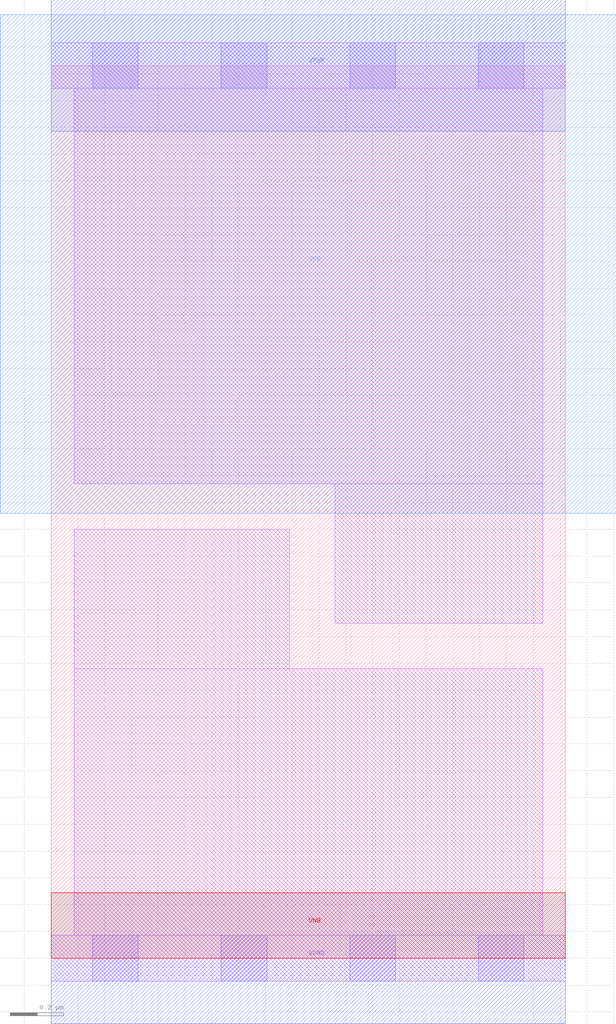
<source format=lef>
# Copyright 2020 The SkyWater PDK Authors
#
# Licensed under the Apache License, Version 2.0 (the "License");
# you may not use this file except in compliance with the License.
# You may obtain a copy of the License at
#
#     https://www.apache.org/licenses/LICENSE-2.0
#
# Unless required by applicable law or agreed to in writing, software
# distributed under the License is distributed on an "AS IS" BASIS,
# WITHOUT WARRANTIES OR CONDITIONS OF ANY KIND, either express or implied.
# See the License for the specific language governing permissions and
# limitations under the License.
#
# SPDX-License-Identifier: Apache-2.0

VERSION 5.7 ;
  NOWIREEXTENSIONATPIN ON ;
  DIVIDERCHAR "/" ;
  BUSBITCHARS "[]" ;
MACRO sky130_fd_sc_ls__decaphe_4
  CLASS CORE ;
  FOREIGN sky130_fd_sc_ls__decaphe_4 ;
  ORIGIN  0.000000  0.000000 ;
  SIZE  1.920000 BY  3.330000 ;
  SYMMETRY X Y R90 ;
  SITE unit ;
  PIN VGND
    DIRECTION INOUT ;
    SHAPE ABUTMENT ;
    USE GROUND ;
    PORT
      LAYER met1 ;
        RECT 0.000000 -0.245000 1.920000 0.245000 ;
    END
  END VGND
  PIN VNB
    DIRECTION INOUT ;
    USE GROUND ;
    PORT
      LAYER pwell ;
        RECT 0.000000 0.000000 1.920000 0.245000 ;
    END
  END VNB
  PIN VPB
    DIRECTION INOUT ;
    USE POWER ;
    PORT
      LAYER nwell ;
        RECT -0.190000 1.660000 2.110000 3.520000 ;
    END
  END VPB
  PIN VPWR
    DIRECTION INOUT ;
    SHAPE ABUTMENT ;
    USE POWER ;
    PORT
      LAYER met1 ;
        RECT 0.000000 3.085000 1.920000 3.575000 ;
    END
  END VPWR
  OBS
    LAYER li1 ;
      RECT 0.000000 -0.085000 1.920000 0.085000 ;
      RECT 0.000000  3.245000 1.920000 3.415000 ;
      RECT 0.085000  0.085000 1.835000 1.080000 ;
      RECT 0.085000  1.080000 0.890000 1.600000 ;
      RECT 0.085000  1.770000 1.835000 3.245000 ;
      RECT 1.060000  1.250000 1.835000 1.770000 ;
    LAYER mcon ;
      RECT 0.155000 -0.085000 0.325000 0.085000 ;
      RECT 0.155000  3.245000 0.325000 3.415000 ;
      RECT 0.635000 -0.085000 0.805000 0.085000 ;
      RECT 0.635000  3.245000 0.805000 3.415000 ;
      RECT 1.115000 -0.085000 1.285000 0.085000 ;
      RECT 1.115000  3.245000 1.285000 3.415000 ;
      RECT 1.595000 -0.085000 1.765000 0.085000 ;
      RECT 1.595000  3.245000 1.765000 3.415000 ;
  END
END sky130_fd_sc_ls__decaphe_4
END LIBRARY

</source>
